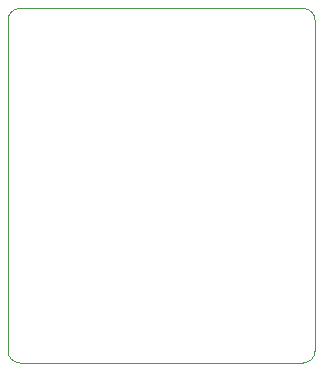
<source format=gbr>
%TF.GenerationSoftware,KiCad,Pcbnew,(5.1.10)-1*%
%TF.CreationDate,2021-10-26T10:29:25+05:30*%
%TF.ProjectId,RP2040+BMI,52503230-3430-42b4-924d-492e6b696361,rev?*%
%TF.SameCoordinates,Original*%
%TF.FileFunction,Profile,NP*%
%FSLAX46Y46*%
G04 Gerber Fmt 4.6, Leading zero omitted, Abs format (unit mm)*
G04 Created by KiCad (PCBNEW (5.1.10)-1) date 2021-10-26 10:29:25*
%MOMM*%
%LPD*%
G01*
G04 APERTURE LIST*
%TA.AperFunction,Profile*%
%ADD10C,0.050000*%
%TD*%
G04 APERTURE END LIST*
D10*
X172000000Y-91000000D02*
G75*
G02*
X173000000Y-90000000I1000000J0D01*
G01*
X173000000Y-120000000D02*
G75*
G02*
X172000000Y-119000000I0J1000000D01*
G01*
X197000000Y-120000000D02*
X173000000Y-120000000D01*
X198000000Y-119000000D02*
G75*
G02*
X197000000Y-120000000I-1000000J0D01*
G01*
X197000000Y-90000000D02*
G75*
G02*
X198000000Y-91000000I0J-1000000D01*
G01*
X172000000Y-119000000D02*
X172000000Y-91000000D01*
X198000000Y-91000000D02*
X198000000Y-119000000D01*
X173000000Y-90000000D02*
X197000000Y-90000000D01*
M02*

</source>
